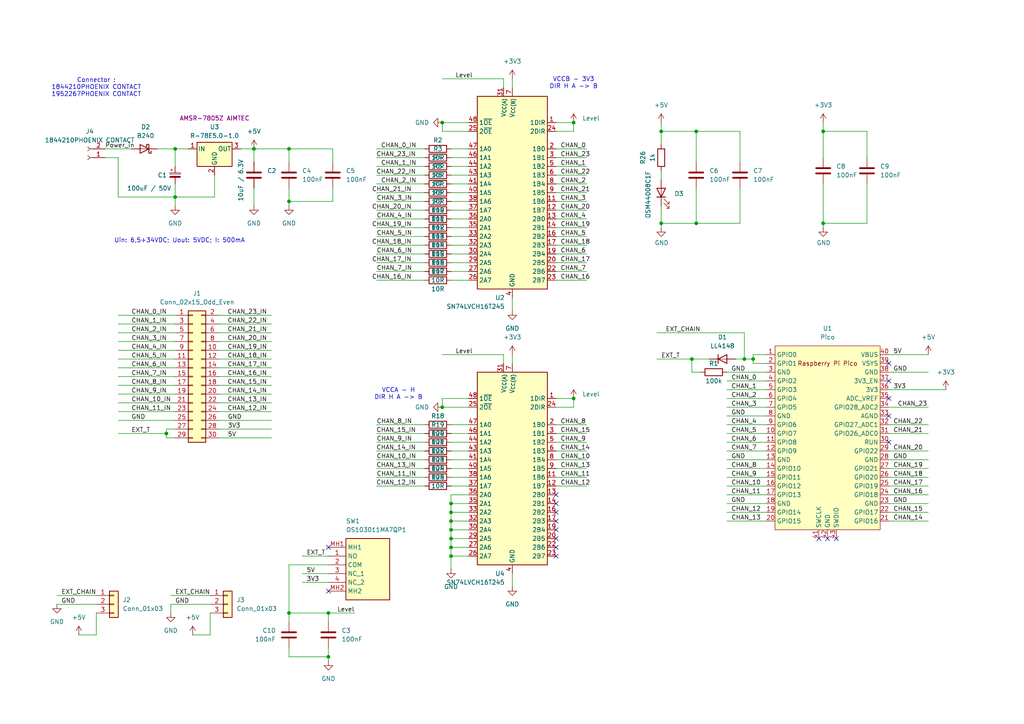
<source format=kicad_sch>
(kicad_sch (version 20231120) (generator "eeschema") (generator_version "8.0")
  (paper "A4")
  (title_block (title "LogicAnalyzer: A 24 channel 100Msps logic analyzer.") (date "2024-12-13") (rev "5.0"))
  (junction (at 128.27 118.11))
  (junction (at 95.25 190.5))
  (junction (at 238.76 64.77))
  (junction (at 83.82 58.42))
  (junction (at 200.66 104.14))
  (junction (at 191.77 64.77))
  (junction (at 130.81 161.29))
  (junction (at 130.81 158.75))
  (junction (at 95.25 177.8))
  (junction (at 83.82 177.8))
  (junction (at 201.93 64.77))
  (junction (at 83.82 43.18))
  (junction (at 130.81 153.67))
  (junction (at 130.81 148.59))
  (junction (at 166.37 115.57))
  (junction (at 130.81 146.05))
  (junction (at 238.76 38.1))
  (junction (at 130.81 156.21))
  (junction (at 48.26 125.73))
  (junction (at 166.37 35.56))
  (junction (at 50.8 43.18))
  (junction (at 50.8 57.15))
  (junction (at 128.27 35.56))
  (junction (at 218.44 104.14))
  (junction (at 73.66 43.18))
  (junction (at 201.93 38.1))
  (junction (at 215.9 104.14))
  (junction (at 191.77 38.1))
  (junction (at 130.81 151.13))
  (no_connect (at 161.29 161.29))
  (no_connect (at 161.29 146.05))
  (no_connect (at 161.29 156.21))
  (no_connect (at 161.29 158.75))
  (no_connect (at 95.25 158.75))
  (no_connect (at 161.29 151.13))
  (no_connect (at 161.29 143.51))
  (no_connect (at 161.29 153.67))
  (no_connect (at 95.25 171.45))
  (no_connect (at 257.81 128.27))
  (no_connect (at 257.81 105.41))
  (no_connect (at 257.81 110.49))
  (no_connect (at 257.81 115.57))
  (no_connect (at 257.81 120.65))
  (no_connect (at 242.57 156.21))
  (no_connect (at 240.03 156.21))
  (no_connect (at 237.49 156.21))
  (no_connect (at 161.29 148.59))
  (wire (pts (xy 210.82 128.27) (xy 222.25 128.27)))
  (wire (pts (xy 213.36 104.14) (xy 215.9 104.14)))
  (wire (pts (xy 63.5 127) (xy 78.74 127)))
  (wire (pts (xy 109.22 71.12) (xy 123.19 71.12)))
  (wire (pts (xy 128.27 118.11) (xy 128.27 115.57)))
  (wire (pts (xy 161.29 125.73) (xy 170.18 125.73)))
  (wire (pts (xy 130.81 43.18) (xy 135.89 43.18)))
  (wire (pts (xy 34.29 99.06) (xy 50.8 99.06)))
  (wire (pts (xy 201.93 64.77) (xy 191.77 64.77)))
  (wire (pts (xy 161.29 50.8) (xy 170.18 50.8)))
  (wire (pts (xy 63.5 101.6) (xy 78.74 101.6)))
  (wire (pts (xy 96.52 46.99) (xy 96.52 43.18)))
  (wire (pts (xy 63.5 104.14) (xy 78.74 104.14)))
  (wire (pts (xy 34.29 93.98) (xy 50.8 93.98)))
  (wire (pts (xy 34.29 121.92) (xy 50.8 121.92)))
  (wire (pts (xy 161.29 123.19) (xy 170.18 123.19)))
  (wire (pts (xy 130.81 148.59) (xy 135.89 148.59)))
  (wire (pts (xy 55.88 184.15) (xy 60.96 184.15)))
  (wire (pts (xy 109.22 45.72) (xy 123.19 45.72)))
  (wire (pts (xy 109.22 138.43) (xy 123.19 138.43)))
  (wire (pts (xy 257.81 123.19) (xy 269.24 123.19)))
  (wire (pts (xy 161.29 81.28) (xy 170.18 81.28)))
  (wire (pts (xy 130.81 158.75) (xy 135.89 158.75)))
  (wire (pts (xy 69.85 43.18) (xy 73.66 43.18)))
  (wire (pts (xy 161.29 58.42) (xy 170.18 58.42)))
  (wire (pts (xy 166.37 35.56) (xy 166.37 38.1)))
  (wire (pts (xy 166.37 115.57) (xy 166.37 118.11)))
  (wire (pts (xy 34.29 111.76) (xy 50.8 111.76)))
  (wire (pts (xy 257.81 125.73) (xy 269.24 125.73)))
  (wire (pts (xy 130.81 133.35) (xy 135.89 133.35)))
  (wire (pts (xy 63.5 93.98) (xy 78.74 93.98)))
  (wire (pts (xy 130.81 125.73) (xy 135.89 125.73)))
  (wire (pts (xy 50.8 43.18) (xy 54.61 43.18)))
  (wire (pts (xy 210.82 148.59) (xy 222.25 148.59)))
  (wire (pts (xy 73.66 46.99) (xy 73.66 43.18)))
  (wire (pts (xy 200.66 104.14) (xy 205.74 104.14)))
  (wire (pts (xy 130.81 156.21) (xy 130.81 158.75)))
  (wire (pts (xy 161.29 68.58) (xy 170.18 68.58)))
  (wire (pts (xy 214.63 38.1) (xy 201.93 38.1)))
  (wire (pts (xy 210.82 120.65) (xy 222.25 120.65)))
  (wire (pts (xy 62.23 50.8) (xy 62.23 57.15)))
  (wire (pts (xy 109.22 78.74) (xy 123.19 78.74)))
  (wire (pts (xy 73.66 43.18) (xy 83.82 43.18)))
  (wire (pts (xy 201.93 54.61) (xy 201.93 64.77)))
  (wire (pts (xy 161.29 45.72) (xy 170.18 45.72)))
  (wire (pts (xy 95.25 177.8) (xy 102.87 177.8)))
  (wire (pts (xy 161.29 71.12) (xy 170.18 71.12)))
  (wire (pts (xy 238.76 35.56) (xy 238.76 38.1)))
  (wire (pts (xy 95.25 177.8) (xy 95.25 180.34)))
  (wire (pts (xy 214.63 54.61) (xy 214.63 64.77)))
  (wire (pts (xy 251.46 53.34) (xy 251.46 64.77)))
  (wire (pts (xy 146.05 102.87) (xy 146.05 105.41)))
  (wire (pts (xy 83.82 177.8) (xy 83.82 163.83)))
  (wire (pts (xy 109.22 43.18) (xy 123.19 43.18)))
  (wire (pts (xy 257.81 102.87) (xy 269.24 102.87)))
  (wire (pts (xy 30.48 45.72) (xy 34.29 45.72)))
  (wire (pts (xy 87.63 168.91) (xy 95.25 168.91)))
  (wire (pts (xy 210.82 107.95) (xy 222.25 107.95)))
  (wire (pts (xy 238.76 38.1) (xy 251.46 38.1)))
  (wire (pts (xy 50.8 43.18) (xy 50.8 48.26)))
  (wire (pts (xy 109.22 128.27) (xy 123.19 128.27)))
  (wire (pts (xy 96.52 43.18) (xy 83.82 43.18)))
  (wire (pts (xy 34.29 45.72) (xy 34.29 57.15)))
  (wire (pts (xy 218.44 104.14) (xy 218.44 105.41)))
  (wire (pts (xy 130.81 161.29) (xy 135.89 161.29)))
  (wire (pts (xy 34.29 57.15) (xy 50.8 57.15)))
  (wire (pts (xy 109.22 63.5) (xy 123.19 63.5)))
  (wire (pts (xy 130.81 153.67) (xy 135.89 153.67)))
  (wire (pts (xy 130.81 50.8) (xy 135.89 50.8)))
  (wire (pts (xy 109.22 68.58) (xy 123.19 68.58)))
  (wire (pts (xy 191.77 35.56) (xy 191.77 38.1)))
  (wire (pts (xy 251.46 38.1) (xy 251.46 45.72)))
  (wire (pts (xy 130.81 76.2) (xy 135.89 76.2)))
  (wire (pts (xy 130.81 63.5) (xy 135.89 63.5)))
  (wire (pts (xy 34.29 96.52) (xy 50.8 96.52)))
  (wire (pts (xy 210.82 130.81) (xy 222.25 130.81)))
  (wire (pts (xy 34.29 104.14) (xy 50.8 104.14)))
  (wire (pts (xy 191.77 49.53) (xy 191.77 52.07)))
  (wire (pts (xy 161.29 60.96) (xy 170.18 60.96)))
  (wire (pts (xy 210.82 125.73) (xy 222.25 125.73)))
  (wire (pts (xy 218.44 105.41) (xy 222.25 105.41)))
  (wire (pts (xy 34.29 109.22) (xy 50.8 109.22)))
  (wire (pts (xy 191.77 38.1) (xy 191.77 41.91)))
  (wire (pts (xy 109.22 58.42) (xy 123.19 58.42)))
  (wire (pts (xy 109.22 135.89) (xy 123.19 135.89)))
  (wire (pts (xy 190.5 104.14) (xy 200.66 104.14)))
  (wire (pts (xy 257.81 148.59) (xy 269.24 148.59)))
  (wire (pts (xy 191.77 64.77) (xy 191.77 66.04)))
  (wire (pts (xy 257.81 130.81) (xy 269.24 130.81)))
  (wire (pts (xy 161.29 35.56) (xy 166.37 35.56)))
  (wire (pts (xy 191.77 59.69) (xy 191.77 64.77)))
  (wire (pts (xy 109.22 133.35) (xy 123.19 133.35)))
  (wire (pts (xy 130.81 143.51) (xy 130.81 146.05)))
  (wire (pts (xy 130.81 123.19) (xy 135.89 123.19)))
  (wire (pts (xy 49.53 175.26) (xy 60.96 175.26)))
  (wire (pts (xy 257.81 143.51) (xy 269.24 143.51)))
  (wire (pts (xy 148.59 102.87) (xy 148.59 105.41)))
  (wire (pts (xy 161.29 63.5) (xy 170.18 63.5)))
  (wire (pts (xy 130.81 140.97) (xy 135.89 140.97)))
  (wire (pts (xy 83.82 43.18) (xy 83.82 46.99)))
  (wire (pts (xy 50.8 53.34) (xy 50.8 57.15)))
  (wire (pts (xy 130.81 130.81) (xy 135.89 130.81)))
  (wire (pts (xy 63.5 124.46) (xy 78.74 124.46)))
  (wire (pts (xy 130.81 146.05) (xy 130.81 148.59)))
  (wire (pts (xy 130.81 143.51) (xy 135.89 143.51)))
  (wire (pts (xy 22.86 184.15) (xy 27.94 184.15)))
  (wire (pts (xy 161.29 133.35) (xy 170.18 133.35)))
  (wire (pts (xy 128.27 115.57) (xy 135.89 115.57)))
  (wire (pts (xy 34.29 101.6) (xy 50.8 101.6)))
  (wire (pts (xy 200.66 107.95) (xy 200.66 104.14)))
  (wire (pts (xy 109.22 125.73) (xy 123.19 125.73)))
  (wire (pts (xy 135.89 38.1) (xy 128.27 38.1)))
  (wire (pts (xy 50.8 57.15) (xy 62.23 57.15)))
  (wire (pts (xy 257.81 138.43) (xy 269.24 138.43)))
  (wire (pts (xy 161.29 66.04) (xy 170.18 66.04)))
  (wire (pts (xy 210.82 133.35) (xy 222.25 133.35)))
  (wire (pts (xy 201.93 38.1) (xy 191.77 38.1)))
  (wire (pts (xy 161.29 135.89) (xy 170.18 135.89)))
  (wire (pts (xy 128.27 35.56) (xy 135.89 35.56)))
  (wire (pts (xy 130.81 68.58) (xy 135.89 68.58)))
  (wire (pts (xy 63.5 96.52) (xy 78.74 96.52)))
  (wire (pts (xy 109.22 76.2) (xy 123.19 76.2)))
  (wire (pts (xy 161.29 48.26) (xy 170.18 48.26)))
  (wire (pts (xy 63.5 99.06) (xy 78.74 99.06)))
  (wire (pts (xy 210.82 151.13) (xy 222.25 151.13)))
  (wire (pts (xy 130.81 58.42) (xy 135.89 58.42)))
  (wire (pts (xy 128.27 102.87) (xy 146.05 102.87)))
  (wire (pts (xy 49.53 177.8) (xy 49.53 175.26)))
  (wire (pts (xy 63.5 109.22) (xy 78.74 109.22)))
  (wire (pts (xy 130.81 148.59) (xy 130.81 151.13)))
  (wire (pts (xy 48.26 124.46) (xy 48.26 125.73)))
  (wire (pts (xy 148.59 166.37) (xy 148.59 170.18)))
  (wire (pts (xy 257.81 133.35) (xy 269.24 133.35)))
  (wire (pts (xy 130.81 45.72) (xy 135.89 45.72)))
  (wire (pts (xy 161.29 78.74) (xy 170.18 78.74)))
  (wire (pts (xy 161.29 138.43) (xy 170.18 138.43)))
  (wire (pts (xy 34.29 119.38) (xy 50.8 119.38)))
  (wire (pts (xy 130.81 81.28) (xy 135.89 81.28)))
  (wire (pts (xy 130.81 128.27) (xy 135.89 128.27)))
  (wire (pts (xy 218.44 102.87) (xy 222.25 102.87)))
  (wire (pts (xy 161.29 128.27) (xy 170.18 128.27)))
  (wire (pts (xy 190.5 96.52) (xy 215.9 96.52)))
  (wire (pts (xy 34.29 106.68) (xy 50.8 106.68)))
  (wire (pts (xy 257.81 135.89) (xy 269.24 135.89)))
  (wire (pts (xy 130.81 60.96) (xy 135.89 60.96)))
  (wire (pts (xy 215.9 96.52) (xy 215.9 104.14)))
  (wire (pts (xy 257.81 107.95) (xy 269.24 107.95)))
  (wire (pts (xy 210.82 138.43) (xy 222.25 138.43)))
  (wire (pts (xy 63.5 114.3) (xy 78.74 114.3)))
  (wire (pts (xy 161.29 55.88) (xy 170.18 55.88)))
  (wire (pts (xy 210.82 135.89) (xy 222.25 135.89)))
  (wire (pts (xy 257.81 113.03) (xy 274.32 113.03)))
  (wire (pts (xy 16.51 175.26) (xy 27.94 175.26)))
  (wire (pts (xy 130.81 151.13) (xy 135.89 151.13)))
  (wire (pts (xy 210.82 118.11) (xy 222.25 118.11)))
  (wire (pts (xy 161.29 130.81) (xy 170.18 130.81)))
  (wire (pts (xy 109.22 60.96) (xy 123.19 60.96)))
  (wire (pts (xy 48.26 127) (xy 50.8 127)))
  (wire (pts (xy 201.93 46.99) (xy 201.93 38.1)))
  (wire (pts (xy 49.53 172.72) (xy 60.96 172.72)))
  (wire (pts (xy 203.2 107.95) (xy 200.66 107.95)))
  (wire (pts (xy 146.05 25.4) (xy 146.05 22.86)))
  (wire (pts (xy 109.22 140.97) (xy 123.19 140.97)))
  (wire (pts (xy 50.8 124.46) (xy 48.26 124.46)))
  (wire (pts (xy 257.81 140.97) (xy 269.24 140.97)))
  (wire (pts (xy 210.82 110.49) (xy 222.25 110.49)))
  (wire (pts (xy 27.94 184.15) (xy 27.94 177.8)))
  (wire (pts (xy 34.29 116.84) (xy 50.8 116.84)))
  (wire (pts (xy 257.81 118.11) (xy 269.24 118.11)))
  (wire (pts (xy 130.81 151.13) (xy 130.81 153.67)))
  (wire (pts (xy 218.44 102.87) (xy 218.44 104.14)))
  (wire (pts (xy 109.22 55.88) (xy 123.19 55.88)))
  (wire (pts (xy 161.29 76.2) (xy 170.18 76.2)))
  (wire (pts (xy 83.82 180.34) (xy 83.82 177.8)))
  (wire (pts (xy 109.22 48.26) (xy 123.19 48.26)))
  (wire (pts (xy 130.81 138.43) (xy 135.89 138.43)))
  (wire (pts (xy 83.82 163.83) (xy 95.25 163.83)))
  (wire (pts (xy 130.81 156.21) (xy 135.89 156.21)))
  (wire (pts (xy 109.22 130.81) (xy 123.19 130.81)))
  (wire (pts (xy 63.5 121.92) (xy 78.74 121.92)))
  (wire (pts (xy 238.76 64.77) (xy 251.46 64.77)))
  (wire (pts (xy 96.52 54.61) (xy 96.52 58.42)))
  (wire (pts (xy 63.5 91.44) (xy 78.74 91.44)))
  (wire (pts (xy 34.29 125.73) (xy 48.26 125.73)))
  (wire (pts (xy 83.82 54.61) (xy 83.82 58.42)))
  (wire (pts (xy 210.82 115.57) (xy 222.25 115.57)))
  (wire (pts (xy 30.48 43.18) (xy 38.1 43.18)))
  (wire (pts (xy 128.27 22.86) (xy 146.05 22.86)))
  (wire (pts (xy 130.81 66.04) (xy 135.89 66.04)))
  (wire (pts (xy 257.81 151.13) (xy 269.24 151.13)))
  (wire (pts (xy 109.22 73.66) (xy 123.19 73.66)))
  (wire (pts (xy 109.22 53.34) (xy 123.19 53.34)))
  (wire (pts (xy 148.59 22.86) (xy 148.59 25.4)))
  (wire (pts (xy 63.5 119.38) (xy 78.74 119.38)))
  (wire (pts (xy 130.81 158.75) (xy 130.81 161.29)))
  (wire (pts (xy 87.63 166.37) (xy 95.25 166.37)))
  (wire (pts (xy 95.25 190.5) (xy 95.25 191.77)))
  (wire (pts (xy 130.81 55.88) (xy 135.89 55.88)))
  (wire (pts (xy 238.76 38.1) (xy 238.76 45.72)))
  (wire (pts (xy 161.29 115.57) (xy 166.37 115.57)))
  (wire (pts (xy 87.63 161.29) (xy 95.25 161.29)))
  (wire (pts (xy 96.52 58.42) (xy 83.82 58.42)))
  (wire (pts (xy 215.9 104.14) (xy 218.44 104.14)))
  (wire (pts (xy 109.22 81.28) (xy 123.19 81.28)))
  (wire (pts (xy 34.29 114.3) (xy 50.8 114.3)))
  (wire (pts (xy 60.96 184.15) (xy 60.96 177.8)))
  (wire (pts (xy 130.81 48.26) (xy 135.89 48.26)))
  (wire (pts (xy 16.51 172.72) (xy 27.94 172.72)))
  (wire (pts (xy 83.82 187.96) (xy 83.82 190.5)))
  (wire (pts (xy 135.89 118.11) (xy 128.27 118.11)))
  (wire (pts (xy 95.25 187.96) (xy 95.25 190.5)))
  (wire (pts (xy 257.81 146.05) (xy 269.24 146.05)))
  (wire (pts (xy 130.81 78.74) (xy 135.89 78.74)))
  (wire (pts (xy 161.29 118.11) (xy 166.37 118.11)))
  (wire (pts (xy 73.66 54.61) (xy 73.66 59.69)))
  (wire (pts (xy 161.29 43.18) (xy 170.18 43.18)))
  (wire (pts (xy 109.22 66.04) (xy 123.19 66.04)))
  (wire (pts (xy 63.5 111.76) (xy 78.74 111.76)))
  (wire (pts (xy 210.82 143.51) (xy 222.25 143.51)))
  (wire (pts (xy 214.63 38.1) (xy 214.63 46.99)))
  (wire (pts (xy 148.59 86.36) (xy 148.59 90.17)))
  (wire (pts (xy 161.29 140.97) (xy 170.18 140.97)))
  (wire (pts (xy 210.82 113.03) (xy 222.25 113.03)))
  (wire (pts (xy 128.27 38.1) (xy 128.27 35.56)))
  (wire (pts (xy 161.29 73.66) (xy 170.18 73.66)))
  (wire (pts (xy 210.82 140.97) (xy 222.25 140.97)))
  (wire (pts (xy 214.63 64.77) (xy 201.93 64.77)))
  (wire (pts (xy 130.81 161.29) (xy 130.81 165.1)))
  (wire (pts (xy 45.72 43.18) (xy 50.8 43.18)))
  (wire (pts (xy 161.29 38.1) (xy 166.37 38.1)))
  (wire (pts (xy 34.29 91.44) (xy 50.8 91.44)))
  (wire (pts (xy 210.82 146.05) (xy 222.25 146.05)))
  (wire (pts (xy 238.76 53.34) (xy 238.76 64.77)))
  (wire (pts (xy 83.82 58.42) (xy 83.82 59.69)))
  (wire (pts (xy 130.81 146.05) (xy 135.89 146.05)))
  (wire (pts (xy 50.8 57.15) (xy 50.8 59.69)))
  (wire (pts (xy 83.82 190.5) (xy 95.25 190.5)))
  (wire (pts (xy 210.82 123.19) (xy 222.25 123.19)))
  (wire (pts (xy 130.81 53.34) (xy 135.89 53.34)))
  (wire (pts (xy 130.81 153.67) (xy 130.81 156.21)))
  (wire (pts (xy 63.5 116.84) (xy 78.74 116.84)))
  (wire (pts (xy 109.22 50.8) (xy 123.19 50.8)))
  (wire (pts (xy 48.26 125.73) (xy 48.26 127)))
  (wire (pts (xy 63.5 106.68) (xy 78.74 106.68)))
  (wire (pts (xy 130.81 135.89) (xy 135.89 135.89)))
  (wire (pts (xy 83.82 177.8) (xy 95.25 177.8)))
  (wire (pts (xy 238.76 64.77) (xy 238.76 66.04)))
  (wire (pts (xy 109.22 123.19) (xy 123.19 123.19)))
  (wire (pts (xy 130.81 73.66) (xy 135.89 73.66)))
  (wire (pts (xy 161.29 53.34) (xy 170.18 53.34)))
  (wire (pts (xy 130.81 71.12) (xy 135.89 71.12)))
  (text "VCCB - 3V3\nDIR H A -> B" (at 166.37 24.13 0) (effects (font (size 1.27 1.27))))
  (text "Connector :\n1844210PHOENIX CONTACT\n1952267PHOENIX CONTACT\n" (at 27.94 25.4 0) (effects (font (size 1.27 1.27))))
  (text "Uin: 6,5÷34VDC; Uout: 5VDC; I: 500mA" (at 52.07 69.85 0) (effects (font (size 1.27 1.27))))
  (text "VCCA - H\nDIR H A -> B" (at 115.57 114.3 0) (effects (font (size 1.27 1.27))))
  (label "CHAN_9_IN" (at 109.22 128.27 0))
  (label "CHAN_10_IN" (at 109.22 133.35 0))
  (label "CHAN_2_IN" (at 38.1 96.52 0))
  (label "CHAN_20_IN" (at 119.38 60.96 180))
  (label "5V" (at 88.9 166.37 0))
  (label "CHAN_11_IN" (at 109.22 138.43 0))
  (label "EXT_T" (at 88.9 161.29 0))
  (label "CHAN_5" (at 162.56 68.58 0))
  (label "Level" (at 97.79 177.8 0))
  (label "CHAN_0_IN" (at 38.1 91.44 0))
  (label "GND" (at 66.04 121.92 0))
  (label "CHAN_8" (at 212.09 135.89 0))
  (label "CHAN_23_IN" (at 77.47 91.44 180))
  (label "CHAN_19" (at 259.08 135.89 0))
  (label "CHAN_17_IN" (at 77.47 106.68 180))
  (label "3V3" (at 66.04 124.46 0))
  (label "CHAN_17_IN" (at 119.38 76.2 180))
  (label "CHAN_11_IN" (at 38.1 119.38 0))
  (label "CHAN_16" (at 162.56 81.28 0))
  (label "CHAN_3_IN" (at 38.1 99.06 0))
  (label "5V" (at 66.04 127 0))
  (label "5V" (at 259.08 102.87 0))
  (label "CHAN_18" (at 259.08 138.43 0))
  (label "CHAN_1" (at 162.56 48.26 0))
  (label "CHAN_7" (at 212.09 130.81 0))
  (label "EXT_T" (at 191.77 104.14 0))
  (label "CHAN_12_IN" (at 77.47 119.38 180))
  (label "CHAN_17" (at 162.56 76.2 0))
  (label "CHAN_16_IN" (at 77.47 109.22 180))
  (label "CHAN_10_IN" (at 38.1 116.84 0))
  (label "CHAN_6" (at 212.09 128.27 0))
  (label "EXT_T" (at 38.1 125.73 0))
  (label "CHAN_23_IN" (at 120.65 45.72 180))
  (label "CHAN_7_IN" (at 38.1 109.22 0))
  (label "GND" (at 50.8 175.26 0))
  (label "GND" (at 212.09 146.05 0))
  (label "CHAN_1_IN" (at 38.1 93.98 0))
  (label "CHAN_18_IN" (at 119.38 71.12 180))
  (label "CHAN_9" (at 212.09 138.43 0))
  (label "EXT_CHAIN" (at 193.04 96.52 0))
  (label "CHAN_6" (at 162.56 73.66 0))
  (label "CHAN_3" (at 162.56 58.42 0))
  (label "CHAN_4_IN" (at 109.22 63.5 0))
  (label "CHAN_15_IN" (at 77.47 111.76 180))
  (label "CHAN_14" (at 259.08 151.13 0))
  (label "CHAN_11" (at 162.56 138.43 0))
  (label "CHAN_19_IN" (at 77.47 101.6 180))
  (label "EXT_CHAIN" (at 50.8 172.72 0))
  (label "GND" (at 259.08 107.95 0))
  (label "3V3" (at 88.9 168.91 0))
  (label "CHAN_1_IN" (at 110.49 48.26 0))
  (label "CHAN_12" (at 162.56 140.97 0))
  (label "GND" (at 259.08 146.05 0))
  (label "GND" (at 38.1 121.92 0))
  (label "CHAN_20_IN" (at 77.47 99.06 180))
  (label "CHAN_4" (at 162.56 63.5 0))
  (label "CHAN_14_IN" (at 77.47 114.3 180))
  (label "CHAN_8_IN" (at 38.1 111.76 0))
  (label "CHAN_3" (at 212.09 118.11 0))
  (label "CHAN_16" (at 259.08 143.51 0))
  (label "CHAN_0" (at 162.56 43.18 0))
  (label "CHAN_4_IN" (at 38.1 101.6 0))
  (label "CHAN_8" (at 162.56 123.19 0))
  (label "CHAN_9" (at 162.56 128.27 0))
  (label "CHAN_20" (at 162.56 60.96 0))
  (label "GND" (at 259.08 133.35 0))
  (label "Level" (at 132.08 22.86 0))
  (label "CHAN_1" (at 212.09 113.03 0))
  (label "CHAN_5_IN" (at 38.1 104.14 0))
  (label "CHAN_7" (at 162.56 78.74 0))
  (label "CHAN_12_IN" (at 120.65 140.97 180))
  (label "CHAN_15" (at 259.08 148.59 0))
  (label "CHAN_19" (at 162.56 66.04 0))
  (label "CHAN_14_IN" (at 120.65 130.81 180))
  (label "CHAN_21_IN" (at 77.47 96.52 180))
  (label "EXT_CHAIN" (at 17.78 172.72 0))
  (label "GND" (at 212.09 107.95 0))
  (label "CHAN_15" (at 162.56 125.73 0))
  (label "CHAN_6_IN" (at 109.22 73.66 0))
  (label "CHAN_0_IN" (at 110.49 43.18 0))
  (label "CHAN_13" (at 162.56 135.89 0))
  (label "CHAN_10" (at 162.56 133.35 0))
  (label "CHAN_14" (at 162.56 130.81 0))
  (label "CHAN_19_IN" (at 119.38 66.04 180))
  (label "3V3" (at 259.08 113.03 0))
  (label "CHAN_7_IN" (at 109.22 78.74 0))
  (label "CHAN_11" (at 212.09 143.51 0))
  (label "CHAN_21_IN" (at 119.38 55.88 180))
  (label "GND" (at 212.09 120.65 0))
  (label "CHAN_22_IN" (at 120.65 50.8 180))
  (label "CHAN_4" (at 212.09 123.19 0))
  (label "CHAN_5_IN" (at 109.22 68.58 0))
  (label "CHAN_6_IN" (at 38.1 106.68 0))
  (label "GND" (at 17.78 175.26 0))
  (label "CHAN_16_IN" (at 119.38 81.28 180))
  (label "CHAN_9_IN" (at 38.1 114.3 0))
  (label "CHAN_21" (at 162.56 55.88 0))
  (label "CHAN_23" (at 162.56 45.72 0))
  (label "CHAN_22" (at 259.08 123.19 0))
  (label "CHAN_21" (at 259.08 125.73 0))
  (label "CHAN_0" (at 212.09 110.49 0))
  (label "CHAN_12" (at 212.09 148.59 0))
  (label "Power_in" (at 30.48 43.18 0))
  (label "CHAN_3_IN" (at 109.22 58.42 0))
  (label "CHAN_18_IN" (at 77.47 104.14 180))
  (label "CHAN_2" (at 162.56 53.34 0))
  (label "CHAN_2" (at 212.09 115.57 0))
  (label "CHAN_10" (at 212.09 140.97 0))
  (label "CHAN_13" (at 212.09 151.13 0))
  (label "CHAN_20" (at 259.08 130.81 0))
  (label "CHAN_22_IN" (at 77.47 93.98 180))
  (label "CHAN_13_IN" (at 120.65 135.89 180))
  (label "CHAN_8_IN" (at 109.22 123.19 0))
  (label "CHAN_13_IN" (at 77.47 116.84 180))
  (label "CHAN_5" (at 212.09 125.73 0))
  (label "GND" (at 212.09 133.35 0))
  (label "CHAN_2_IN" (at 110.49 53.34 0))
  (label "CHAN_15_IN" (at 120.65 125.73 180))
  (label "CHAN_18" (at 162.56 71.12 0))
  (label "CHAN_17" (at 259.08 140.97 0))
  (label "CHAN_23" (at 260.35 118.11 0))
  (label "Level" (at 132.08 102.87 0))
  (label "CHAN_22" (at 162.56 50.8 0))
  (symbol (lib_id "Connector_Generic:Conn_02x15_Odd_Even") (at 55.88 109.22 0) (unit 1)
    (property "Reference" "J1" (at 57.15 85.09 0))
    (property "Value" "Conn_02x15_Odd_Even" (at 57.15 87.63 0))
    (property "Footprint" "Connector_PinSocket_2.54mm:PinSocket_2x15_P2.54mm_Horizontal" (effects (hide yes)))
  )
  (symbol (lib_id "Connector:Conn_01x02_Socket") (at 25.4 45.72 180) (unit 1)
    (property "Reference" "J4" (at 26.035 38.1 0))
    (property "Value" "1844210PHOENIX CONTACT" (at 26.035 40.64 0))
    (property "Footprint" "Connector_Phoenix_MC:PhoenixContact_MC_1,5_2-G-3.5_1x02_P3.50mm_Horizontal" (effects (hide yes)))
    (property "Datasheet" "https://www.phoenixcontact.com/product/pdf/api/v1/MTg0NDIxMA?_realm=gb&_locale=en-GB&blocks=commercial-data%2Ctechnical-data%2Cdrawings%2Capprovals%2Cclassifications%2Cenvironmental-compliance-data" (effects (hide yes)))
    (property "Description" "Generic connector, single row, 01x02, script generated" (effects (hide yes)))
  )
  (symbol (lib_id "power:+5V") (at 166.37 115.57 0) (unit 1)
    (property "Reference" "#PWR017" (effects (hide yes)))
    (property "Value" "Level" (at 168.91 114.2999 0) (effects (justify left)))
    (property "Description" "Power symbol creates a global label with name \"+5V\"" (effects (hide yes)))
  )
  (symbol (lib_id "Device:C") (at 201.93 50.8 0) (unit 1)
    (property "Reference" "C6" (at 205.74 49.5299 0) (effects (justify left)))
    (property "Value" "100nF" (at 205.74 52.0699 0) (effects (justify left)))
    (property "Footprint" "Capacitor_SMD:C_0603_1608Metric" (effects (hide yes)))
    (property "Description" "Unpolarized capacitor" (effects (hide yes)))
  )
  (symbol (lib_id "Device:C") (at 214.63 50.8 0) (unit 1)
    (property "Reference" "C7" (at 218.44 49.5299 0) (effects (justify left)))
    (property "Value" "100nF" (at 218.44 52.0699 0) (effects (justify left)))
    (property "Footprint" "Capacitor_SMD:C_0603_1608Metric" (effects (hide yes)))
    (property "Description" "Unpolarized capacitor" (effects (hide yes)))
  )
  (symbol (lib_id "Device:R") (at 127 78.74 90) (unit 1)
    (property "Reference" "R16" (at 127 76.2 90))
    (property "Value" "10R" (at 127 81.28 90))
    (property "Footprint" "Resistor_SMD:R_0402_1005Metric" (effects (hide yes)))
  )
  (symbol (lib_id "power:GND") (at 49.53 177.8 0) (unit 1)
    (property "Reference" "#PWR01" (effects (hide yes)))
    (property "Value" "GND" (at 49.53 182.88 0))
    (property "Description" "Power symbol creates a global label with name \"GND\" , ground" (effects (hide yes)))
  )
  (symbol (lib_id "Device:R") (at 127 130.81 90) (unit 1)
    (property "Reference" "R21" (at 127 128.27 90))
    (property "Value" "10R" (at 127 133.35 90))
    (property "Footprint" "Resistor_SMD:R_0402_1005Metric" (effects (hide yes)))
  )
  (symbol (lib_id "power:GND") (at 191.77 66.04 0) (unit 1)
    (property "Reference" "#PWR021" (effects (hide yes)))
    (property "Value" "GND" (at 191.897 70.4342 0))
  )
  (symbol (lib_id "Device:R") (at 127 140.97 90) (unit 1)
    (property "Reference" "R25" (at 127 138.43 90))
    (property "Value" "10R" (effects (hide yes)))
    (property "Footprint" "Resistor_SMD:R_0402_1005Metric" (effects (hide yes)))
  )
  (symbol (lib_id "Device:R") (at 127 45.72 90) (unit 1)
    (property "Reference" "R3" (at 127 43.18 90))
    (property "Value" "10R" (at 127 48.26 90))
    (property "Footprint" "Resistor_SMD:R_0402_1005Metric" (effects (hide yes)))
  )
  (symbol (lib_id "power:GND") (at 73.66 59.69 0) (unit 1)
    (property "Reference" "#PWR04" (effects (hide yes)))
    (property "Value" "GND" (at 73.66 64.77 0))
    (property "Description" "Power symbol creates a global label with name \"GND\" , ground" (effects (hide yes)))
  )
  (symbol (lib_id "Device:C") (at 83.82 184.15 0) (mirror y) (unit 1)
    (property "Reference" "C10" (at 80.01 182.8799 0) (effects (justify left)))
    (property "Value" "100nF" (at 80.01 185.4199 0) (effects (justify left)))
    (property "Footprint" "Capacitor_SMD:C_0603_1608Metric" (effects (hide yes)))
    (property "Description" "Unpolarized capacitor" (effects (hide yes)))
  )
  (symbol (lib_id "MCU_RaspberryPi_and_Boards:Pico") (at 240.03 127 0) (unit 1)
    (property "Reference" "U1" (at 240.03 95.25 0))
    (property "Value" "Pico" (at 240.03 97.79 0))
    (property "Footprint" "MCU_RaspberryPi_and_Boards:RPi_Pico_SMD_TH" (effects (hide yes)))
    (property "Datasheet" "https://datasheets.raspberrypi.com/rp2350/rp2350-datasheet.pdf" (effects (hide yes)))
  )
  (symbol (lib_id "Device:R") (at 127 60.96 90) (unit 1)
    (property "Reference" "R9" (at 127 58.42 90))
    (property "Value" "10R" (at 127 63.5 90))
    (property "Footprint" "Resistor_SMD:R_0402_1005Metric" (effects (hide yes)))
  )
  (symbol (lib_id "Device:R") (at 127 66.04 90) (unit 1)
    (property "Reference" "R11" (at 127 63.5 90))
    (property "Value" "10R" (at 127 68.58 90))
    (property "Footprint" "Resistor_SMD:R_0402_1005Metric" (effects (hide yes)))
  )
  (symbol (lib_id "Device:R") (at 127 135.89 90) (unit 1)
    (property "Reference" "R23" (at 127 133.35 90))
    (property "Value" "10R" (at 127 138.43 90))
    (property "Footprint" "Resistor_SMD:R_0402_1005Metric" (effects (hide yes)))
  )
  (symbol (lib_id "Device:R") (at 127 50.8 90) (unit 1)
    (property "Reference" "R5" (at 127 48.26 90))
    (property "Value" "10R" (at 127 53.34 90))
    (property "Footprint" "Resistor_SMD:R_0402_1005Metric" (effects (hide yes)))
  )
  (symbol (lib_id "Diode:LL4148") (at 209.55 104.14 0) (unit 1)
    (property "Reference" "D1" (at 209.55 97.79 0))
    (property "Value" "LL4148" (at 209.55 100.33 0))
    (property "Footprint" "Diode_SMD:D_MiniMELF" (effects (hide yes)))
    (property "Datasheet" "http://www.vishay.com/docs/85557/ll4148.pdf" (effects (hide yes)))
  )
  (symbol (lib_id "power:GND") (at 128.27 35.56 270) (unit 1)
    (property "Reference" "#PWR013" (effects (hide yes)))
    (property "Value" "GND" (at 124.46 35.5599 90) (effects (justify right)))
    (property "Description" "Power symbol creates a global label with name \"GND\" , ground" (effects (hide yes)))
  )
  (symbol (lib_id "power:+3V3") (at 274.32 113.03 0) (unit 1)
    (property "Reference" "#PWR07" (effects (hide yes)))
    (property "Value" "+3V3" (at 274.32 107.95 0))
    (property "Description" "Power symbol creates a global label with name \"+3V3\"" (effects (hide yes)))
  )
  (symbol (lib_id "Device:R") (at 127 138.43 90) (unit 1)
    (property "Reference" "R24" (at 127 135.89 90))
    (property "Value" "10R" (at 127 140.97 90))
    (property "Footprint" "Resistor_SMD:R_0402_1005Metric" (effects (hide yes)))
  )
  (symbol (lib_id "Device:R") (at 127 125.73 90) (unit 1)
    (property "Reference" "R19" (at 127 123.19 90))
    (property "Value" "10R" (at 127 128.27 90))
    (property "Footprint" "Resistor_SMD:R_0402_1005Metric" (effects (hide yes)))
  )
  (symbol (lib_id "Device:C") (at 96.52 50.8 0) (unit 1)
    (property "Reference" "C5" (at 100.33 49.5299 0) (effects (justify left)))
    (property "Value" "100nF" (at 100.33 52.0699 0) (effects (justify left)))
    (property "Footprint" "Capacitor_SMD:C_0603_1608Metric" (effects (hide yes)))
    (property "Description" "Unpolarized capacitor" (effects (hide yes)))
  )
  (symbol (lib_id "74xx:SN74LVCH16T245") (at 148.59 135.89 0) (mirror y) (unit 1)
    (property "Reference" "U4" (at 146.3959 166.37 0) (effects (justify left)))
    (property "Value" "SN74LVCH16T245" (at 146.3959 168.91 0) (effects (justify left)))
    (property "Footprint" "Package_SO:TSSOP-48_6.1x12.5mm_P0.5mm" (effects (hide yes)))
    (property "Datasheet" "https://www.ti.com/lit/ds/symlink/sn74lvch16t245.pdf?ts=1734092870022&ref_url=https%253A%252F%252Feu.mouser.com%252F" (effects (hide yes)))
    (property "Description" "16-Bit Dual-Supply Bus Transceiver, Configurable Voltage Translation, 3-State Outputs , 1.65 - 5.5 V" (effects (hide yes)))
    (property "Sim.Library" "sim\\sn74lvch16t245.ibs" (effects (hide yes)))
    (property "Sim.Name" "LVCH16T245_DGV" (effects (hide yes)))
    (property "Sim.Ibis.Pin" "13" (effects (hide yes)))
    (property "Sim.Device" "IBIS" (effects (hide yes)))
    (property "Sim.Type" "RECTDRIVER" (effects (hide yes)))
    (property "Sim.Pins" "1=GND 2=IN/OUT" (effects (hide yes)))
  )
  (symbol (lib_id "power:GND") (at 50.8 59.69 0) (unit 1)
    (property "Reference" "#PWR03" (effects (hide yes)))
    (property "Value" "GND" (at 50.8 64.77 0))
    (property "Description" "Power symbol creates a global label with name \"GND\" , ground" (effects (hide yes)))
  )
  (symbol (lib_id "Device:LED") (at 191.77 55.88 90) (unit 1) (exclude_from_sim yes)
    (property "Reference" "D3" (at 195.58 56.1974 90) (effects (justify right)))
    (property "Value" "OSM44008C1F" (at 187.96 49.53 0) (effects (justify right)))
    (property "Footprint" "LED_SMD:LED_OptoSupply_OSXX4008C1F_4x1.4mm_Horizontal" (effects (hide yes)))
    (property "Datasheet" "https://www.tme.eu/Document/d540390328996bb634dbb8dfdc4314dc/OSY54008C1F.pdf" (effects (hide yes)))
    (property "Description" "LED; SMD; 4008; biały ciepły; 1400÷2000mcd; 2300-2700K; 120°; 20mA" (effects (hide yes)))
  )
  (symbol (lib_id "power:+5V") (at 238.76 35.56 0) (unit 1)
    (property "Reference" "#PWR023" (effects (hide yes)))
    (property "Value" "+3V3" (at 238.76 30.48 0))
    (property "Description" "Power symbol creates a global label with name \"+5V\"" (effects (hide yes)))
  )
  (symbol (lib_id "Device:C") (at 83.82 50.8 0) (unit 1)
    (property "Reference" "C4" (at 87.63 49.5299 0) (effects (justify left)))
    (property "Value" "100nF" (at 87.63 52.0699 0) (effects (justify left)))
    (property "Footprint" "Capacitor_SMD:C_0603_1608Metric" (effects (hide yes)))
    (property "Description" "Unpolarized capacitor" (effects (hide yes)))
  )
  (symbol (lib_id "Device:R") (at 127 43.18 90) (unit 1)
    (property "Reference" "R2" (at 127 40.64 90))
    (property "Value" "10R" (at 127 45.72 90))
    (property "Footprint" "Resistor_SMD:R_0402_1005Metric" (effects (hide yes)))
  )
  (symbol (lib_id "Regulator_Switching:R-78E5.0-1.0") (at 62.23 43.18 0) (unit 1)
    (property "Reference" "U3" (at 62.23 36.83 0))
    (property "Value" "R-78E5.0-1.0" (at 62.23 39.37 0))
    (property "Footprint" "Converter_DCDC:Converter_DCDC_RECOM_R-78E-0.5_THT" (effects (hide yes)))
    (property "Datasheet" "https://www.recom-power.com/pdf/Innoline/R-78Exx-1.0.pdf" (effects (hide yes)))
    (property "Description" "1A Step-Down DC/DC-Regulator, 7-28V input, 5V fixed Output Voltage, LM78xx replacement, -40°C to +85°C, SIP3" (effects (hide yes)))
    (property "Alternative" "AMSR-7805Z AIMTEC" (at 62.23 34.29 0))
  )
  (symbol (lib_id "power:+5V") (at 22.86 184.15 0) (unit 1)
    (property "Reference" "#PWR09" (effects (hide yes)))
    (property "Value" "+5V" (at 22.86 179.07 0))
    (property "Description" "Power symbol creates a global label with name \"+5V\"" (effects (hide yes)))
  )
  (symbol (lib_id "Device:R") (at 127 55.88 90) (unit 1)
    (property "Reference" "R7" (at 127 53.34 90))
    (property "Value" "10R" (at 127 58.42 90))
    (property "Footprint" "Resistor_SMD:R_0402_1005Metric" (effects (hide yes)))
  )
  (symbol (lib_id "Diode:B240") (at 41.91 43.18 180) (unit 1)
    (property "Reference" "D2" (at 42.2275 36.83 0))
    (property "Value" "B240" (at 42.2275 39.37 0))
    (property "Footprint" "Diode_SMD:D_SMB" (effects (hide yes)))
    (property "Datasheet" "http://www.jameco.com/Jameco/Products/ProdDS/1538777.pdf" (effects (hide yes)))
    (property "Description" "40V 2A Schottky Barrier Rectifier Diode, SMB" (effects (hide yes)))
  )
  (symbol (lib_id "Device:R") (at 127 133.35 90) (unit 1)
    (property "Reference" "R22" (at 127 130.81 90))
    (property "Value" "10R" (at 127 135.89 90))
    (property "Footprint" "Resistor_SMD:R_0402_1005Metric" (effects (hide yes)))
  )
  (symbol (lib_id "Device:R") (at 127 68.58 90) (unit 1)
    (property "Reference" "R12" (at 127 66.04 90))
    (property "Value" "10R" (at 127 71.12 90))
    (property "Footprint" "Resistor_SMD:R_0402_1005Metric" (effects (hide yes)))
  )
  (symbol (lib_id "power:+5V") (at 269.24 102.87 0) (unit 1)
    (property "Reference" "#PWR05" (effects (hide yes)))
    (property "Value" "+5V" (at 269.24 97.79 0))
    (property "Description" "Power symbol creates a global label with name \"+5V\"" (effects (hide yes)))
  )
  (symbol (lib_id "power:+5V") (at 166.37 35.56 0) (unit 1)
    (property "Reference" "#PWR011" (effects (hide yes)))
    (property "Value" "Level" (at 168.91 34.2899 0) (effects (justify left)))
    (property "Description" "Power symbol creates a global label with name \"+5V\"" (effects (hide yes)))
  )
  (symbol (lib_id "Device:C") (at 95.25 184.15 0) (unit 1)
    (property "Reference" "C3" (at 99.06 182.8799 0) (effects (justify left)))
    (property "Value" "100nF" (at 99.06 185.4199 0) (effects (justify left)))
    (property "Footprint" "Capacitor_SMD:C_0603_1608Metric" (effects (hide yes)))
    (property "Description" "Unpolarized capacitor" (effects (hide yes)))
  )
  (symbol (lib_id "power:+5V") (at 73.66 43.18 0) (unit 1)
    (property "Reference" "#PWR06" (effects (hide yes)))
    (property "Value" "+5V" (at 73.66 38.1 0))
    (property "Description" "Power symbol creates a global label with name \"+5V\"" (effects (hide yes)))
  )
  (symbol (lib_id "Device:R") (at 127 123.19 90) (unit 1)
    (property "Reference" "R18" (at 127 120.65 90))
    (property "Value" "10R" (at 127 125.73 90))
    (property "Footprint" "Resistor_SMD:R_0402_1005Metric" (effects (hide yes)))
  )
  (symbol (lib_id "Connector_Generic:Conn_01x03") (at 66.04 175.26 0) (unit 1)
    (property "Reference" "J3" (at 68.58 173.9899 0) (effects (justify left)))
    (property "Value" "Conn_01x03" (at 68.58 176.5299 0) (effects (justify left)))
    (property "Footprint" "Connector_PinHeader_2.54mm:PinHeader_1x03_P2.54mm_Horizontal" (effects (hide yes)))
  )
  (symbol (lib_id "Device:R") (at 127 71.12 90) (unit 1)
    (property "Reference" "R13" (at 127 68.58 90))
    (property "Value" "10R" (at 127 73.66 90))
    (property "Footprint" "Resistor_SMD:R_0402_1005Metric" (effects (hide yes)))
  )
  (symbol (lib_id "power:GND") (at 16.51 175.26 0) (unit 1)
    (property "Reference" "#PWR02" (effects (hide yes)))
    (property "Value" "GND" (at 16.51 180.34 0))
    (property "Description" "Power symbol creates a global label with name \"GND\" , ground" (effects (hide yes)))
  )
  (symbol (lib_id "power:GND") (at 95.25 191.77 0) (unit 1)
    (property "Reference" "#PWR019" (effects (hide yes)))
    (property "Value" "GND" (at 95.25 196.85 0))
    (property "Description" "Power symbol creates a global label with name \"GND\" , ground" (effects (hide yes)))
  )
  (symbol (lib_id "Device:C") (at 251.46 49.53 0) (unit 1)
    (property "Reference" "C9" (at 255.27 48.2599 0) (effects (justify left)))
    (property "Value" "100nF" (at 255.27 50.7999 0) (effects (justify left)))
    (property "Footprint" "Capacitor_SMD:C_0603_1608Metric" (effects (hide yes)))
    (property "Description" "Unpolarized capacitor" (effects (hide yes)))
  )
  (symbol (lib_id "Device:R") (at 127 73.66 90) (unit 1)
    (property "Reference" "R14" (at 127 71.12 90))
    (property "Value" "10R" (at 127 76.2 90))
    (property "Footprint" "Resistor_SMD:R_0402_1005Metric" (effects (hide yes)))
  )
  (symbol (lib_id "power:+5V") (at 191.77 35.56 0) (unit 1)
    (property "Reference" "#PWR022" (effects (hide yes)))
    (property "Value" "+5V" (at 191.77 30.48 0))
    (property "Description" "Power symbol creates a global label with name \"+5V\"" (effects (hide yes)))
  )
  (symbol (lib_id "Device:R") (at 127 48.26 90) (unit 1)
    (property "Reference" "R4" (at 127 45.72 90))
    (property "Value" "10R" (at 127 50.8 90))
    (property "Footprint" "Resistor_SMD:R_0402_1005Metric" (effects (hide yes)))
  )
  (symbol (lib_id "Device:C") (at 238.76 49.53 0) (unit 1)
    (property "Reference" "C8" (at 242.57 48.2599 0) (effects (justify left)))
    (property "Value" "100nF" (at 242.57 50.7999 0) (effects (justify left)))
    (property "Footprint" "Capacitor_SMD:C_0603_1608Metric" (effects (hide yes)))
    (property "Description" "Unpolarized capacitor" (effects (hide yes)))
  )
  (symbol (lib_id "power:GND") (at 128.27 118.11 270) (unit 1)
    (property "Reference" "#PWR014" (effects (hide yes)))
    (property "Value" "GND" (at 124.46 118.1099 90) (effects (justify right)))
    (property "Description" "Power symbol creates a global label with name \"GND\" , ground" (effects (hide yes)))
  )
  (symbol (lib_id "Device:R") (at 207.01 107.95 90) (unit 1)
    (property "Reference" "R1" (at 207.01 105.41 90))
    (property "Value" "100k" (at 207.01 110.49 90))
    (property "Footprint" "Resistor_SMD:R_0402_1005Metric" (effects (hide yes)))
  )
  (symbol (lib_id "Device:R") (at 127 63.5 90) (unit 1)
    (property "Reference" "R10" (at 127 60.96 90))
    (property "Value" "10R" (at 127 66.04 90))
    (property "Footprint" "Resistor_SMD:R_0402_1005Metric" (effects (hide yes)))
  )
  (symbol (lib_id "Device:C") (at 73.66 50.8 0) (unit 1)
    (property "Reference" "C2" (at 77.47 49.5299 0) (effects (justify left)))
    (property "Value" "10uF / 6.3V" (at 69.85 58.42 90) (effects (justify left)))
    (property "Footprint" "Capacitor_SMD:C_0805_2012Metric" (effects (hide yes)))
    (property "Description" "C0805C106K9PAC" (effects (hide yes)))
  )
  (symbol (lib_id "74xx:SN74LVCH16T245") (at 148.59 55.88 0) (mirror y) (unit 1)
    (property "Reference" "U2" (at 146.3959 86.36 0) (effects (justify left)))
    (property "Value" "SN74LVCH16T245" (at 146.3959 88.9 0) (effects (justify left)))
    (property "Footprint" "Package_SO:TSSOP-48_6.1x12.5mm_P0.5mm" (effects (hide yes)))
    (property "Datasheet" "https://www.ti.com/lit/ds/symlink/sn74lvch16t245.pdf?ts=1734092870022&ref_url=https%253A%252F%252Feu.mouser.com%252F" (effects (hide yes)))
    (property "Description" "16-Bit Dual-Supply Bus Transceiver, Configurable Voltage Translation, 3-State Outputs , 1.65 - 5.5 V" (effects (hide yes)))
    (property "Sim.Library" "sim\\sn74lvch16t245.ibs" (effects (hide yes)))
    (property "Sim.Name" "LVCH16T245_DGV" (effects (hide yes)))
    (property "Sim.Ibis.Pin" "13" (effects (hide yes)))
    (property "Sim.Device" "IBIS" (effects (hide yes)))
    (property "Sim.Type" "RECTDRIVER" (effects (hide yes)))
    (property "Sim.Pins" "1=GND 2=IN/OUT" (effects (hide yes)))
  )
  (symbol (lib_id "power:GND") (at 148.59 170.18 0) (unit 1)
    (property "Reference" "#PWR015" (effects (hide yes)))
    (property "Value" "GND" (at 148.59 175.26 0))
    (property "Description" "Power symbol creates a global label with name \"GND\" , ground" (effects (hide yes)))
  )
  (symbol (lib_id "power:GND") (at 83.82 59.69 0) (unit 1)
    (property "Reference" "#PWR020" (effects (hide yes)))
    (property "Value" "GND" (at 83.82 64.77 0))
    (property "Description" "Power symbol creates a global label with name \"GND\" , ground" (effects (hide yes)))
  )
  (symbol (lib_id "Device:C_Polarized_Small") (at 50.8 50.8 0) (unit 1)
    (property "Reference" "C1" (at 45.72 50.8 0) (effects (justify left)))
    (property "Value" "100uF / 50V" (at 36.83 54.61 0) (effects (justify left)))
    (property "Footprint" "Capacitor_THT:CP_Radial_D8.0mm_P3.50mm" (effects (hide yes)))
    (property "Description" "Polarized capacitor, small symbol" (effects (hide yes)))
    (property "Field5" "ECA1HM101" (effects (hide yes)))
  )
  (symbol (lib_id "Device:R") (at 127 81.28 90) (unit 1)
    (property "Reference" "R17" (at 127 78.74 90))
    (property "Value" "10R" (at 127 83.82 90))
    (property "Footprint" "Resistor_SMD:R_0402_1005Metric" (effects (hide yes)))
  )
  (symbol (lib_id "Device:R") (at 127 58.42 90) (unit 1)
    (property "Reference" "R8" (at 127 55.88 90))
    (property "Value" "10R" (at 127 60.96 90))
    (property "Footprint" "Resistor_SMD:R_0402_1005Metric" (effects (hide yes)))
  )
  (symbol (lib_id "power:GND") (at 148.59 90.17 0) (unit 1)
    (property "Reference" "#PWR010" (effects (hide yes)))
    (property "Value" "GND" (at 148.59 95.25 0))
    (property "Description" "Power symbol creates a global label with name \"GND\" , ground" (effects (hide yes)))
  )
  (symbol (lib_id "Device:R") (at 127 53.34 90) (unit 1)
    (property "Reference" "R6" (at 127 50.8 90))
    (property "Value" "10R" (at 127 55.88 90))
    (property "Footprint" "Resistor_SMD:R_0402_1005Metric" (effects (hide yes)))
  )
  (symbol (lib_id "Device:R") (at 127 128.27 90) (unit 1)
    (property "Reference" "R20" (at 127 125.73 90))
    (property "Value" "10R" (at 127 130.81 90))
    (property "Footprint" "Resistor_SMD:R_0402_1005Metric" (effects (hide yes)))
  )
  (symbol (lib_id "power:GND") (at 130.81 165.1 0) (unit 1)
    (property "Reference" "#PWR018" (effects (hide yes)))
    (property "Value" "GND" (at 130.81 170.18 0))
    (property "Description" "Power symbol creates a global label with name \"GND\" , ground" (effects (hide yes)))
  )
  (symbol (lib_id "Switch:OS103011MA7QP1") (at 95.25 158.75 0) (unit 1)
    (property "Reference" "SW1" (at 100.33 151.13 0) (effects (justify left)))
    (property "Value" "OS103011MA7QP1" (at 100.33 153.67 0) (effects (justify left)))
    (property "Footprint" "Button_Switch_THT:OS103011MA7QP1" (effects (hide yes)))
    (property "Datasheet" "https://www.ckswitches.com/media/1428/os.pdf" (effects (hide yes)))
    (property "Description" "Switch Slide ON ON ON SP3T Side Slide 0.1A 12VDC 10000Cycles PC Pins Bracket Mount/Through Hole Bulk" (effects (hide yes)))
    (property "Height" "4.7" (effects (hide yes)))
    (property "Manufacturer_Name" "C & K COMPONENTS" (effects (hide yes)))
    (property "Manufacturer_Part_Number" "OS103011MA7QP1" (effects (hide yes)))
    (property "Mouser Part Number" "611-OS103011MA7QP1" (effects (hide yes)))
    (property "Mouser Price/Stock" "https://www.mouser.co.uk/ProductDetail/CK/OS103011MA7QP1?qs=WtljUlYws5SZzmleoPXX2w%3D%3D" (effects (hide yes)))
    (property "Arrow Part Number" "OS103011MA7QP1" (effects (hide yes)))
    (property "Arrow Price/Stock" "https://www.arrow.com/en/products/os103011ma7qp1/ck?region=europe" (effects (hide yes)))
  )
  (symbol (lib_id "power:+5V") (at 148.59 22.86 0) (unit 1)
    (property "Reference" "#PWR012" (effects (hide yes)))
    (property "Value" "+3V3" (at 148.59 17.78 0))
    (property "Description" "Power symbol creates a global label with name \"+5V\"" (effects (hide yes)))
  )
  (symbol (lib_id "Device:R") (at 127 76.2 90) (unit 1)
    (property "Reference" "R15" (at 127 73.66 90))
    (property "Value" "10R" (at 127 78.74 90))
    (property "Footprint" "Resistor_SMD:R_0402_1005Metric" (effects (hide yes)))
  )
  (symbol (lib_id "power:+5V") (at 55.88 184.15 0) (unit 1)
    (property "Reference" "#PWR08" (effects (hide yes)))
    (property "Value" "+5V" (at 55.88 179.07 0))
    (property "Description" "Power symbol creates a global label with name \"+5V\"" (effects (hide yes)))
  )
  (symbol (lib_id "Device:R") (at 191.77 45.72 180) (unit 1) (exclude_from_sim yes)
    (property "Reference" "R26" (at 186.4549 45.72 90))
    (property "Value" "1k" (at 189.23 45.72 90))
    (property "Footprint" "Resistor_SMD:R_0402_1005Metric" (effects (hide yes)))
    (property "comment" "general purpose" (effects (hide yes)))
    (property "dielectric" "1%" (effects (hide yes)))
  )
  (symbol (lib_id "power:+5V") (at 148.59 102.87 0) (unit 1)
    (property "Reference" "#PWR016" (effects (hide yes)))
    (property "Value" "+3V3" (at 148.59 97.79 0))
    (property "Description" "Power symbol creates a global label with name \"+5V\"" (effects (hide yes)))
  )
  (symbol (lib_id "power:GND") (at 238.76 66.04 0) (unit 1)
    (property "Reference" "#PWR024" (effects (hide yes)))
    (property "Value" "GND" (at 238.887 70.4342 0))
  )
  (symbol (lib_id "Connector_Generic:Conn_01x03") (at 33.02 175.26 0) (unit 1)
    (property "Reference" "J2" (at 35.56 173.9899 0) (effects (justify left)))
    (property "Value" "Conn_01x03" (at 35.56 176.5299 0) (effects (justify left)))
    (property "Footprint" "Connector_PinSocket_2.54mm:PinSocket_1x03_P2.54mm_Horizontal" (effects (hide yes)))
  )
)
</source>
